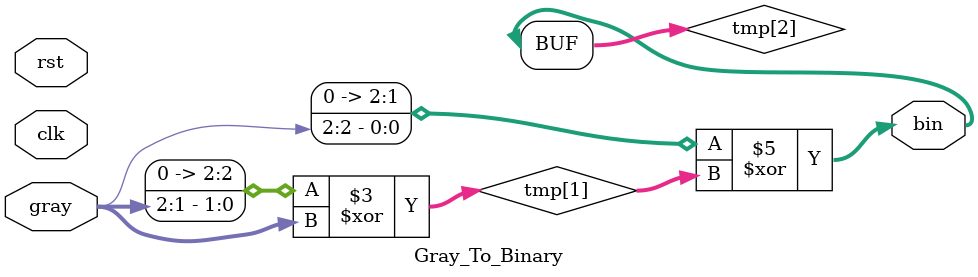
<source format=sv>
module Gray_To_Binary #(
	parameter DATA_WIDTH = 3
) 
(
          input clk,
          input rst,
	input [DATA_WIDTH-1:0]        gray,
	output logic [DATA_WIDTH-1:0] bin
);

wire [DATA_WIDTH-1:0] tmp [DATA_WIDTH-1:1]; 
assign tmp[1] = ( gray >> 1 ) ^ gray;

genvar x;
generate
	for( x = 2; x < DATA_WIDTH ; x++) begin
		assign tmp[x] = ( gray >> x ) ^ tmp[x-1];
	end 
endgenerate

assign bin = tmp[DATA_WIDTH-1];

endmodule
</source>
